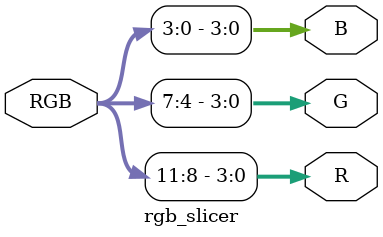
<source format=v>
`timescale 1ns / 1ps


module rgb_slicer(
    input [11:0] RGB,
    output [3:0] R,
    output [3:0] G,
    output [3:0] B
    );
    
    assign R = RGB[11:8];
    assign G = RGB[7:4];
    assign B = RGB[3:0];
endmodule

</source>
